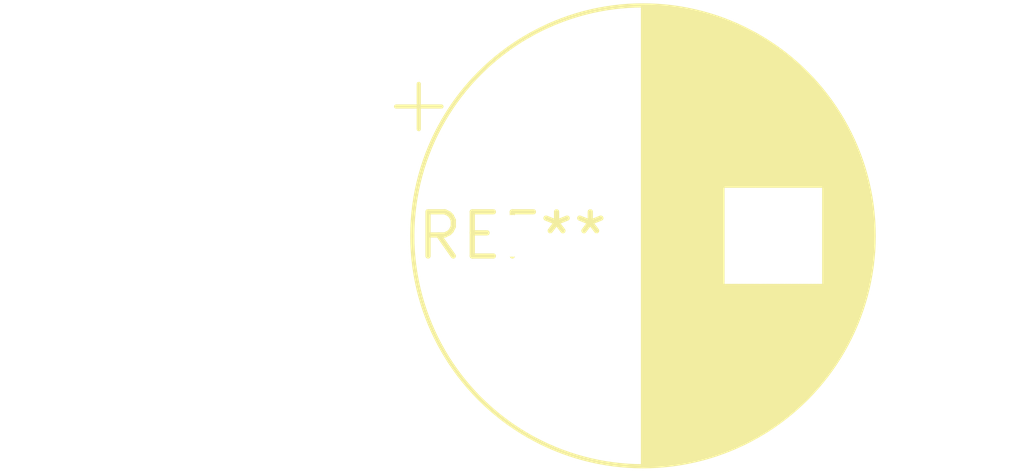
<source format=kicad_pcb>
(kicad_pcb (version 20240108) (generator pcbnew)
  (layers (0 "F.Cu" signal) (31 "B.Cu" signal) (34 "B.Paste" user) (35 "F.Paste" user) (36 "B.SilkS" user "B.Silkscreen") (37 "F.SilkS" user "F.Silkscreen") (38 "B.Mask" user) (39 "F.Mask" user) (44 "Edge.Cuts" user))
  (net 0 "")
  (footprint "CP_Radial_D13.0mm_P7.50mm" (layer "F.Cu") (at 0 0)
    (property "Reference" "REF**")
    (property "Value" "CP_Radial_D13.0mm_P7.50mm")
    (fp_line (start -3.334569 -3.715) (end -2.034569 -3.715) (layer "F.SilkS") (stroke (width 0.12)))
    (fp_line (start -2.684569 -4.365) (end -2.684569 -3.065) (layer "F.SilkS") (stroke (width 0.12)))
    (fp_line (start 3.75 -6.58) (end 3.75 6.58) (layer "F.SilkS") (stroke (width 0.12)))
    (fp_line (start 3.79 -6.58) (end 3.79 6.58) (layer "F.SilkS") (stroke (width 0.12)))
    (fp_line (start 3.83 -6.58) (end 3.83 6.58) (layer "F.SilkS") (stroke (width 0.12)))
    (fp_line (start 3.87 -6.579) (end 3.87 6.579) (layer "F.SilkS") (stroke (width 0.12)))
    (fp_line (start 3.91 -6.579) (end 3.91 6.579) (layer "F.SilkS") (stroke (width 0.12)))
    (fp_line (start 3.95 -6.577) (end 3.95 6.577) (layer "F.SilkS") (stroke (width 0.12)))
    (fp_line (start 3.99 -6.576) (end 3.99 6.576) (layer "F.SilkS") (stroke (width 0.12)))
    (fp_line (start 4.03 -6.575) (end 4.03 6.575) (layer "F.SilkS") (stroke (width 0.12)))
    (fp_line (start 4.07 -6.573) (end 4.07 6.573) (layer "F.SilkS") (stroke (width 0.12)))
    (fp_line (start 4.11 -6.571) (end 4.11 6.571) (layer "F.SilkS") (stroke (width 0.12)))
    (fp_line (start 4.15 -6.568) (end 4.15 6.568) (layer "F.SilkS") (stroke (width 0.12)))
    (fp_line (start 4.19 -6.566) (end 4.19 6.566) (layer "F.SilkS") (stroke (width 0.12)))
    (fp_line (start 4.23 -6.563) (end 4.23 6.563) (layer "F.SilkS") (stroke (width 0.12)))
    (fp_line (start 4.27 -6.56) (end 4.27 6.56) (layer "F.SilkS") (stroke (width 0.12)))
    (fp_line (start 4.31 -6.557) (end 4.31 6.557) (layer "F.SilkS") (stroke (width 0.12)))
    (fp_line (start 4.35 -6.553) (end 4.35 6.553) (layer "F.SilkS") (stroke (width 0.12)))
    (fp_line (start 4.39 -6.549) (end 4.39 6.549) (layer "F.SilkS") (stroke (width 0.12)))
    (fp_line (start 4.43 -6.545) (end 4.43 6.545) (layer "F.SilkS") (stroke (width 0.12)))
    (fp_line (start 4.471 -6.541) (end 4.471 6.541) (layer "F.SilkS") (stroke (width 0.12)))
    (fp_line (start 4.511 -6.537) (end 4.511 6.537) (layer "F.SilkS") (stroke (width 0.12)))
    (fp_line (start 4.551 -6.532) (end 4.551 6.532) (layer "F.SilkS") (stroke (width 0.12)))
    (fp_line (start 4.591 -6.527) (end 4.591 6.527) (layer "F.SilkS") (stroke (width 0.12)))
    (fp_line (start 4.631 -6.522) (end 4.631 6.522) (layer "F.SilkS") (stroke (width 0.12)))
    (fp_line (start 4.671 -6.516) (end 4.671 6.516) (layer "F.SilkS") (stroke (width 0.12)))
    (fp_line (start 4.711 -6.511) (end 4.711 6.511) (layer "F.SilkS") (stroke (width 0.12)))
    (fp_line (start 4.751 -6.505) (end 4.751 6.505) (layer "F.SilkS") (stroke (width 0.12)))
    (fp_line (start 4.791 -6.498) (end 4.791 6.498) (layer "F.SilkS") (stroke (width 0.12)))
    (fp_line (start 4.831 -6.492) (end 4.831 6.492) (layer "F.SilkS") (stroke (width 0.12)))
    (fp_line (start 4.871 -6.485) (end 4.871 6.485) (layer "F.SilkS") (stroke (width 0.12)))
    (fp_line (start 4.911 -6.478) (end 4.911 6.478) (layer "F.SilkS") (stroke (width 0.12)))
    (fp_line (start 4.951 -6.471) (end 4.951 6.471) (layer "F.SilkS") (stroke (width 0.12)))
    (fp_line (start 4.991 -6.463) (end 4.991 6.463) (layer "F.SilkS") (stroke (width 0.12)))
    (fp_line (start 5.031 -6.456) (end 5.031 6.456) (layer "F.SilkS") (stroke (width 0.12)))
    (fp_line (start 5.071 -6.448) (end 5.071 6.448) (layer "F.SilkS") (stroke (width 0.12)))
    (fp_line (start 5.111 -6.439) (end 5.111 6.439) (layer "F.SilkS") (stroke (width 0.12)))
    (fp_line (start 5.151 -6.431) (end 5.151 6.431) (layer "F.SilkS") (stroke (width 0.12)))
    (fp_line (start 5.191 -6.422) (end 5.191 6.422) (layer "F.SilkS") (stroke (width 0.12)))
    (fp_line (start 5.231 -6.413) (end 5.231 6.413) (layer "F.SilkS") (stroke (width 0.12)))
    (fp_line (start 5.271 -6.404) (end 5.271 6.404) (layer "F.SilkS") (stroke (width 0.12)))
    (fp_line (start 5.311 -6.394) (end 5.311 6.394) (layer "F.SilkS") (stroke (width 0.12)))
    (fp_line (start 5.351 -6.384) (end 5.351 6.384) (layer "F.SilkS") (stroke (width 0.12)))
    (fp_line (start 5.391 -6.374) (end 5.391 6.374) (layer "F.SilkS") (stroke (width 0.12)))
    (fp_line (start 5.431 -6.364) (end 5.431 6.364) (layer "F.SilkS") (stroke (width 0.12)))
    (fp_line (start 5.471 -6.353) (end 5.471 6.353) (layer "F.SilkS") (stroke (width 0.12)))
    (fp_line (start 5.511 -6.342) (end 5.511 6.342) (layer "F.SilkS") (stroke (width 0.12)))
    (fp_line (start 5.551 -6.331) (end 5.551 6.331) (layer "F.SilkS") (stroke (width 0.12)))
    (fp_line (start 5.591 -6.32) (end 5.591 6.32) (layer "F.SilkS") (stroke (width 0.12)))
    (fp_line (start 5.631 -6.308) (end 5.631 6.308) (layer "F.SilkS") (stroke (width 0.12)))
    (fp_line (start 5.671 -6.296) (end 5.671 6.296) (layer "F.SilkS") (stroke (width 0.12)))
    (fp_line (start 5.711 -6.284) (end 5.711 6.284) (layer "F.SilkS") (stroke (width 0.12)))
    (fp_line (start 5.751 -6.271) (end 5.751 6.271) (layer "F.SilkS") (stroke (width 0.12)))
    (fp_line (start 5.791 -6.258) (end 5.791 6.258) (layer "F.SilkS") (stroke (width 0.12)))
    (fp_line (start 5.831 -6.245) (end 5.831 6.245) (layer "F.SilkS") (stroke (width 0.12)))
    (fp_line (start 5.871 -6.232) (end 5.871 6.232) (layer "F.SilkS") (stroke (width 0.12)))
    (fp_line (start 5.911 -6.218) (end 5.911 6.218) (layer "F.SilkS") (stroke (width 0.12)))
    (fp_line (start 5.951 -6.204) (end 5.951 6.204) (layer "F.SilkS") (stroke (width 0.12)))
    (fp_line (start 5.991 -6.19) (end 5.991 6.19) (layer "F.SilkS") (stroke (width 0.12)))
    (fp_line (start 6.031 -6.175) (end 6.031 6.175) (layer "F.SilkS") (stroke (width 0.12)))
    (fp_line (start 6.071 -6.161) (end 6.071 -1.44) (layer "F.SilkS") (stroke (width 0.12)))
    (fp_line (start 6.071 1.44) (end 6.071 6.161) (layer "F.SilkS") (stroke (width 0.12)))
    (fp_line (start 6.111 -6.146) (end 6.111 -1.44) (layer "F.SilkS") (stroke (width 0.12)))
    (fp_line (start 6.111 1.44) (end 6.111 6.146) (layer "F.SilkS") (stroke (width 0.12)))
    (fp_line (start 6.151 -6.13) (end 6.151 -1.44) (layer "F.SilkS") (stroke (width 0.12)))
    (fp_line (start 6.151 1.44) (end 6.151 6.13) (layer "F.SilkS") (stroke (width 0.12)))
    (fp_line (start 6.191 -6.114) (end 6.191 -1.44) (layer "F.SilkS") (stroke (width 0.12)))
    (fp_line (start 6.191 1.44) (end 6.191 6.114) (layer "F.SilkS") (stroke (width 0.12)))
    (fp_line (start 6.231 -6.098) (end 6.231 -1.44) (layer "F.SilkS") (stroke (width 0.12)))
    (fp_line (start 6.231 1.44) (end 6.231 6.098) (layer "F.SilkS") (stroke (width 0.12)))
    (fp_line (start 6.271 -6.082) (end 6.271 -1.44) (layer "F.SilkS") (stroke (width 0.12)))
    (fp_line (start 6.271 1.44) (end 6.271 6.082) (layer "F.SilkS") (stroke (width 0.12)))
    (fp_line (start 6.311 -6.065) (end 6.311 -1.44) (layer "F.SilkS") (stroke (width 0.12)))
    (fp_line (start 6.311 1.44) (end 6.311 6.065) (layer "F.SilkS") (stroke (width 0.12)))
    (fp_line (start 6.351 -6.049) (end 6.351 -1.44) (layer "F.SilkS") (stroke (width 0.12)))
    (fp_line (start 6.351 1.44) (end 6.351 6.049) (layer "F.SilkS") (stroke (width 0.12)))
    (fp_line (start 6.391 -6.031) (end 6.391 -1.44) (layer "F.SilkS") (stroke (width 0.12)))
    (fp_line (start 6.391 1.44) (end 6.391 6.031) (layer "F.SilkS") (stroke (width 0.12)))
    (fp_line (start 6.431 -6.014) (end 6.431 -1.44) (layer "F.SilkS") (stroke (width 0.12)))
    (fp_line (start 6.431 1.44) (end 6.431 6.014) (layer "F.SilkS") (stroke (width 0.12)))
    (fp_line (start 6.471 -5.996) (end 6.471 -1.44) (layer "F.SilkS") (stroke (width 0.12)))
    (fp_line (start 6.471 1.44) (end 6.471 5.996) (layer "F.SilkS") (stroke (width 0.12)))
    (fp_line (start 6.511 -5.978) (end 6.511 -1.44) (layer "F.SilkS") (stroke (width 0.12)))
    (fp_line (start 6.511 1.44) (end 6.511 5.978) (layer "F.SilkS") (stroke (width 0.12)))
    (fp_line (start 6.551 -5.959) (end 6.551 -1.44) (layer "F.SilkS") (stroke (width 0.12)))
    (fp_line (start 6.551 1.44) (end 6.551 5.959) (layer "F.SilkS") (stroke (width 0.12)))
    (fp_line (start 6.591 -5.94) (end 6.591 -1.44) (layer "F.SilkS") (stroke (width 0.12)))
    (fp_line (start 6.591 1.44) (end 6.591 5.94) (layer "F.SilkS") (stroke (width 0.12)))
    (fp_line (start 6.631 -5.921) (end 6.631 -1.44) (layer "F.SilkS") (stroke (width 0.12)))
    (fp_line (start 6.631 1.44) (end 6.631 5.921) (layer "F.SilkS") (stroke (width 0.12)))
    (fp_line (start 6.671 -5.902) (end 6.671 -1.44) (layer "F.SilkS") (stroke (width 0.12)))
    (fp_line (start 6.671 1.44) (end 6.671 5.902) (layer "F.SilkS") (stroke (width 0.12)))
    (fp_line (start 6.711 -5.882) (end 6.711 -1.44) (layer "F.SilkS") (stroke (width 0.12)))
    (fp_line (start 6.711 1.44) (end 6.711 5.882) (layer "F.SilkS") (stroke (width 0.12)))
    (fp_line (start 6.751 -5.862) (end 6.751 -1.44) (layer "F.SilkS") (stroke (width 0.12)))
    (fp_line (start 6.751 1.44) (end 6.751 5.862) (layer "F.SilkS") (stroke (width 0.12)))
    (fp_line (start 6.791 -5.841) (end 6.791 -1.44) (layer "F.SilkS") (stroke (width 0.12)))
    (fp_line (start 6.791 1.44) (end 6.791 5.841) (layer "F.SilkS") (stroke (width 0.12)))
    (fp_line (start 6.831 -5.82) (end 6.831 -1.44) (layer "F.SilkS") (stroke (width 0.12)))
    (fp_line (start 6.831 1.44) (end 6.831 5.82) (layer "F.SilkS") (stroke (width 0.12)))
    (fp_line (start 6.871 -5.799) (end 6.871 -1.44) (layer "F.SilkS") (stroke (width 0.12)))
    (fp_line (start 6.871 1.44) (end 6.871 5.799) (layer "F.SilkS") (stroke (width 0.12)))
    (fp_line (start 6.911 -5.778) (end 6.911 -1.44) (layer "F.SilkS") (stroke (width 0.12)))
    (fp_line (start 6.911 1.44) (end 6.911 5.778) (layer "F.SilkS") (stroke (width 0.12)))
    (fp_line (start 6.951 -5.756) (end 6.951 -1.44) (layer "F.SilkS") (stroke (width 0.12)))
    (fp_line (start 6.951 1.44) (end 6.951 5.756) (layer "F.SilkS") (stroke (width 0.12)))
    (fp_line (start 6.991 -5.733) (end 6.991 -1.44) (layer "F.SilkS") (stroke (width 0.12)))
    (fp_line (start 6.991 1.44) (end 6.991 5.733) (layer "F.SilkS") (stroke (width 0.12)))
    (fp_line (start 7.031 -5.711) (end 7.031 -1.44) (layer "F.SilkS") (stroke (width 0.12)))
    (fp_line (start 7.031 1.44) (end 7.031 5.711) (layer "F.SilkS") (stroke (width 0.12)))
    (fp_line (start 7.071 -5.688) (end 7.071 -1.44) (layer "F.SilkS") (stroke (width 0.12)))
    (fp_line (start 7.071 1.44) (end 7.071 5.688) (layer "F.SilkS") (stroke (width 0.12)))
    (fp_line (start 7.111 -5.664) (end 7.111 -1.44) (layer "F.SilkS") (stroke (width 0.12)))
    (fp_line (start 7.111 1.44) (end 7.111 5.664) (layer "F.SilkS") (stroke (width 0.12)))
    (fp_line (start 7.151 -5.641) (end 7.151 -1.44) (layer "F.SilkS") (stroke (width 0.12)))
    (fp_line (start 7.151 1.44) (end 7.151 5.641) (layer "F.SilkS") (stroke (width 0.12)))
    (fp_line (start 7.191 -5.617) (end 7.191 -1.44) (layer "F.SilkS") (stroke (width 0.12)))
    (fp_line (start 7.191 1.44) (end 7.191 5.617) (layer "F.SilkS") (stroke (width 0.12)))
    (fp_line (start 7.231 -5.592) (end 7.231 -1.44) (layer "F.SilkS") (stroke (width 0.12)))
    (fp_line (start 7.231 1.44) (end 7.231 5.592) (layer "F.SilkS") (stroke (width 0.12)))
    (fp_line (start 7.271 -5.567) (end 7.271 -1.44) (layer "F.SilkS") (stroke (width 0.12)))
    (fp_line (start 7.271 1.44) (end 7.271 5.567) (layer "F.SilkS") (stroke (width 0.12)))
    (fp_line (start 7.311 -5.542) (end 7.311 -1.44) (layer "F.SilkS") (stroke (width 0.12)))
    (fp_line (start 7.311 1.44) (end 7.311 5.542) (layer "F.SilkS") (stroke (width 0.12)))
    (fp_line (start 7.351 -5.516) (end 7.351 -1.44) (layer "F.SilkS") (stroke (width 0.12)))
    (fp_line (start 7.351 1.44) (end 7.351 5.516) (layer "F.SilkS") (stroke (width 0.12)))
    (fp_line (start 7.391 -5.49) (end 7.391 -1.44) (layer "F.SilkS") (stroke (width 0.12)))
    (fp_line (start 7.391 1.44) (end 7.391 5.49) (layer "F.SilkS") (stroke (width 0.12)))
    (fp_line (start 7.431 -5.463) (end 7.431 -1.44) (layer "F.SilkS") (stroke (width 0.12)))
    (fp_line (start 7.431 1.44) (end 7.431 5.463) (layer "F.SilkS") (stroke (width 0.12)))
    (fp_line (start 7.471 -5.436) (end 7.471 -1.44) (layer "F.SilkS") (stroke (width 0.12)))
    (fp_line (start 7.471 1.44) (end 7.471 5.436) (layer "F.SilkS") (stroke (width 0.12)))
    (fp_line (start 7.511 -5.409) (end 7.511 -1.44) (layer "F.SilkS") (stroke (width 0.12)))
    (fp_line (start 7.511 1.44) (end 7.511 5.409) (layer "F.SilkS") (stroke (width 0.12)))
    (fp_line (start 7.551 -5.381) (end 7.551 -1.44) (layer "F.SilkS") (stroke (width 0.12)))
    (fp_line (start 7.551 1.44) (end 7.551 5.381) (layer "F.SilkS") (stroke (width 0.12)))
    (fp_line (start 7.591 -5.353) (end 7.591 -1.44) (layer "F.SilkS") (stroke (width 0.12)))
    (fp_line (start 7.591 1.44) (end 7.591 5.353) (layer "F.SilkS") (stroke (width 0.12)))
    (fp_line (start 7.631 -5.324) (end 7.631 -1.44) (layer "F.SilkS") (stroke (width 0.12)))
    (fp_line (start 7.631 1.44) (end 7.631 5.324) (layer "F.SilkS") (stroke (width 0.12)))
    (fp_line (start 7.671 -5.295) (end 7.671 -1.44) (layer "F.SilkS") (stroke (width 0.12)))
    (fp_line (start 7.671 1.44) (end 7.671 5.295) (layer "F.SilkS") (stroke (width 0.12)))
    (fp_line (start 7.711 -5.265) (end 7.711 -1.44) (layer "F.SilkS") (stroke (width 0.12)))
    (fp_line (start 7.711 1.44) (end 7.711 5.265) (layer "F.SilkS") (stroke (width 0.12)))
    (fp_line (start 7.751 -5.235) (end 7.751 -1.44) (layer "F.SilkS") (stroke (width 0.12)))
    (fp_line (start 7.751 1.44) (end 7.751 5.235) (layer "F.SilkS") (stroke (width 0.12)))
    (fp_line (start 7.791 -5.205) (end 7.791 -1.44) (layer "F.SilkS") (stroke (width 0.12)))
    (fp_line (start 7.791 1.44) (end 7.791 5.205) (layer "F.SilkS") (stroke (width 0.12)))
    (fp_line (start 7.831 -5.174) (end 7.831 -1.44) (layer "F.SilkS") (stroke (width 0.12)))
    (fp_line (start 7.831 1.44) (end 7.831 5.174) (layer "F.SilkS") (stroke (width 0.12)))
    (fp_line (start 7.871 -5.142) (end 7.871 -1.44) (layer "F.SilkS") (stroke (width 0.12)))
    (fp_line (start 7.871 1.44) (end 7.871 5.142) (layer "F.SilkS") (stroke (width 0.12)))
    (fp_line (start 7.911 -5.11) (end 7.911 -1.44) (layer "F.SilkS") (stroke (width 0.12)))
    (fp_line (start 7.911 1.44) (end 7.911 5.11) (layer "F.SilkS") (stroke (width 0.12)))
    (fp_line (start 7.951 -5.078) (end 7.951 -1.44) (layer "F.SilkS") (stroke (width 0.12)))
    (fp_line (start 7.951 1.44) (end 7.951 5.078) (layer "F.SilkS") (stroke (width 0.12)))
    (fp_line (start 7.991 -5.044) (end 7.991 -1.44) (layer "F.SilkS") (stroke (width 0.12)))
    (fp_line (start 7.991 1.44) (end 7.991 5.044) (layer "F.SilkS") (stroke (width 0.12)))
    (fp_line (start 8.031 -5.011) (end 8.031 -1.44) (layer "F.SilkS") (stroke (width 0.12)))
    (fp_line (start 8.031 1.44) (end 8.031 5.011) (layer "F.SilkS") (stroke (width 0.12)))
    (fp_line (start 8.071 -4.977) (end 8.071 -1.44) (layer "F.SilkS") (stroke (width 0.12)))
    (fp_line (start 8.071 1.44) (end 8.071 4.977) (layer "F.SilkS") (stroke (width 0.12)))
    (fp_line (start 8.111 -4.942) (end 8.111 -1.44) (layer "F.SilkS") (stroke (width 0.12)))
    (fp_line (start 8.111 1.44) (end 8.111 4.942) (layer "F.SilkS") (stroke (width 0.12)))
    (fp_line (start 8.151 -4.907) (end 8.151 -1.44) (layer "F.SilkS") (stroke (width 0.12)))
    (fp_line (start 8.151 1.44) (end 8.151 4.907) (layer "F.SilkS") (stroke (width 0.12)))
    (fp_line (start 8.191 -4.871) (end 8.191 -1.44) (layer "F.SilkS") (stroke (width 0.12)))
    (fp_line (start 8.191 1.44) (end 8.191 4.871) (layer "F.SilkS") (stroke (width 0.12)))
    (fp_line (start 8.231 -4.834) (end 8.231 -1.44) (layer "F.SilkS") (stroke (width 0.12)))
    (fp_line (start 8.231 1.44) (end 8.231 4.834) (layer "F.SilkS") (stroke (width 0.12)))
    (fp_line (start 8.271 -4.797) (end 8.271 -1.44) (layer "F.SilkS") (stroke (width 0.12)))
    (fp_line (start 8.271 1.44) (end 8.271 4.797) (layer "F.SilkS") (stroke (width 0.12)))
    (fp_line (start 8.311 -4.76) (end 8.311 -1.44) (layer "F.SilkS") (stroke (width 0.12)))
    (fp_line (start 8.311 1.44) (end 8.311 4.76) (layer "F.SilkS") (stroke (width 0.12)))
    (fp_line (start 8.351 -4.721) (end 8.351 -1.44) (layer "F.SilkS") (stroke (width 0.12)))
    (fp_line (start 8.351 1.44) (end 8.351 4.721) (layer "F.SilkS") (stroke (width 0.12)))
    (fp_line (start 8.391 -4.682) (end 8.391 -1.44) (layer "F.SilkS") (stroke (width 0.12)))
    (fp_line (start 8.391 1.44) (end 8.391 4.682) (layer "F.SilkS") (stroke (width 0.12)))
    (fp_line (start 8.431 -4.643) (end 8.431 -1.44) (layer "F.SilkS") (stroke (width 0.12)))
    (fp_line (start 8.431 1.44) (end 8.431 4.643) (layer "F.SilkS") (stroke (width 0.12)))
    (fp_line (start 8.471 -4.602) (end 8.471 -1.44) (layer "F.SilkS") (stroke (width 0.12)))
    (fp_line (start 8.471 1.44) (end 8.471 4.602) (layer "F.SilkS") (stroke (width 0.12)))
    (fp_line (start 8.511 -4.561) (end 8.511 -1.44) (layer "F.SilkS") (stroke (width 0.12)))
    (fp_line (start 8.511 1.44) (end 8.511 4.561) (layer "F.SilkS") (stroke (width 0.12)))
    (fp_line (start 8.551 -4.519) (end 8.551 -1.44) (layer "F.SilkS") (stroke (width 0.12)))
    (fp_line (start 8.551 1.44) (end 8.551 4.519) (layer "F.SilkS") (stroke (width 0.12)))
    (fp_line (start 8.591 -4.477) (end 8.591 -1.44) (layer "F.SilkS") (stroke (width 0.12)))
    (fp_line (start 8.591 1.44) (end 8.591 4.477) (layer "F.SilkS") (stroke (width 0.12)))
    (fp_line (start 8.631 -4.434) (end 8.631 -1.44) (layer "F.SilkS") (stroke (width 0.12)))
    (fp_line (start 8.631 1.44) (end 8.631 4.434) (layer "F.SilkS") (stroke (width 0.12)))
    (fp_line (start 8.671 -4.39) (end 8.671 -1.44) (layer "F.SilkS") (stroke (width 0.12)))
    (fp_line (start 8.671 1.44) (end 8.671 4.39) (layer "F.SilkS") (stroke (width 0.12)))
    (fp_line (start 8.711 -4.345) (end 8.711 -1.44) (layer "F.SilkS") (stroke (width 0.12)))
    (fp_line (start 8.711 1.44) (end 8.711 4.345) (layer "F.SilkS") (stroke (width 0.12)))
    (fp_line (start 8.751 -4.299) (end 8.751 -1.44) (layer "F.SilkS") (stroke (width 0.12)))
    (fp_line (start 8.751 1.44) (end 8.751 4.299) (layer "F.SilkS") (stroke (width 0.12)))
    (fp_line (start 8.791 -4.253) (end 8.791 -1.44) (layer "F.SilkS") (stroke (width 0.12)))
    (fp_line (start 8.791 1.44) (end 8.791 4.253) (layer "F.SilkS") (stroke (width 0.12)))
    (fp_line (start 8.831 -4.205) (end 8.831 -1.44) (layer "F.SilkS") (stroke (width 0.12)))
    (fp_line (start 8.831 1.44) (end 8.831 4.205) (layer "F.SilkS") (stroke (width 0.12)))
    (fp_line (start 8.871 -4.157) (end 8.871 -1.44) (layer "F.SilkS") (stroke (width 0.12)))
    (fp_line (start 8.871 1.44) (end 8.871 4.157) (layer "F.SilkS") (stroke (width 0.12)))
    (fp_line (start 8.911 -4.108) (end 8.911 -1.44) (layer "F.SilkS") (stroke (width 0.12)))
    (fp_line (start 8.911 1.44) (end 8.911 4.108) (layer "F.SilkS") (stroke (width 0.12)))
    (fp_line (start 8.951 -4.057) (end 8.951 4.057) (layer "F.SilkS") (stroke (width 0.12)))
    (fp_line (start 8.991 -4.006) (end 8.991 4.006) (layer "F.SilkS") (stroke (width 0.12)))
    (fp_line (start 9.031 -3.954) (end 9.031 3.954) (layer "F.SilkS") (stroke (width 0.12)))
    (fp_line (start 9.071 -3.9) (end 9.071 3.9) (layer "F.SilkS") (stroke (width 0.12)))
    (fp_line (start 9.111 -3.846) (end 9.111 3.846) (layer "F.SilkS") (stroke (width 0.12)))
    (fp_line (start 9.151 -3.79) (end 9.151 3.79) (layer "F.SilkS") (stroke (width 0.12)))
    (fp_line (start 9.191 -3.733) (end 9.191 3.733) (layer "F.SilkS") (stroke (width 0.12)))
    (fp_line (start 9.231 -3.675) (end 9.231 3.675) (layer "F.SilkS") (stroke (width 0.12)))
    (fp_line (start 9.271 -3.615) (end 9.271 3.615) (layer "F.SilkS") (stroke (width 0.12)))
    (fp_line (start 9.311 -3.554) (end 9.311 3.554) (layer "F.SilkS") (stroke (width 0.12)))
    (fp_line (start 9.351 -3.491) (end 9.351 3.491) (layer "F.SilkS") (stroke (width 0.12)))
    (fp_line (start 9.391 -3.427) (end 9.391 3.427) (layer "F.SilkS") (stroke (width 0.12)))
    (fp_line (start 9.431 -3.361) (end 9.431 3.361) (layer "F.SilkS") (stroke (width 0.12)))
    (fp_line (start 9.471 -3.293) (end 9.471 3.293) (layer "F.SilkS") (stroke (width 0.12)))
    (fp_line (start 9.511 -3.223) (end 9.511 3.223) (layer "F.SilkS") (stroke (width 0.12)))
    (fp_line (start 9.551 -3.152) (end 9.551 3.152) (layer "F.SilkS") (stroke (width 0.12)))
    (fp_line (start 9.591 -3.078) (end 9.591 3.078) (layer "F.SilkS") (stroke (width 0.12)))
    (fp_line (start 9.631 -3.002) (end 9.631 3.002) (layer "F.SilkS") (stroke (width 0.12)))
    (fp_line (start 9.671 -2.923) (end 9.671 2.923) (layer "F.SilkS") (stroke (width 0.12)))
    (fp_line (start 9.711 -2.842) (end 9.711 2.842) (layer "F.SilkS") (stroke (width 0.12)))
    (fp_line (start 9.751 -2.758) (end 9.751 2.758) (layer "F.SilkS") (stroke (width 0.12)))
    (fp_line (start 9.791 -2.67) (end 9.791 2.67) (layer "F.SilkS") (stroke (width 0.12)))
    (fp_line (start 9.831 -2.579) (end 9.831 2.579) (layer "F.SilkS") (stroke (width 0.12)))
    (fp_line (start 9.871 -2.484) (end 9.871 2.484) (layer "F.SilkS") (stroke (width 0.12)))
    (fp_line (start 9.911 -2.385) (end 9.911 2.385) (layer "F.SilkS") (stroke (width 0.12)))
    (fp_line (start 9.951 -2.281) (end 9.951 2.281) (layer "F.SilkS") (stroke (width 0.12)))
    (fp_line (start 9.991 -2.171) (end 9.991 2.171) (layer "F.SilkS") (stroke (width 0.12)))
    (fp_line (start 10.031 -2.055) (end 10.031 2.055) (layer "F.SilkS") (stroke (width 0.12)))
    (fp_line (start 10.071 -1.931) (end 10.071 1.931) (layer "F.SilkS") (stroke (width 0.12)))
    (fp_line (start 10.111 -1.798) (end 10.111 1.798) (layer "F.SilkS") (stroke (width 0.12)))
    (fp_line (start 10.151 -1.653) (end 10.151 1.653) (layer "F.SilkS") (stroke (width 0.12)))
    (fp_line (start 10.191 -1.494) (end 10.191 1.494) (layer "F.SilkS") (stroke (width 0.12)))
    (fp_line (start 10.231 -1.315) (end 10.231 1.315) (layer "F.SilkS") (stroke (width 0.12)))
    (fp_line (start 10.271 -1.107) (end 10.271 1.107) (layer "F.SilkS") (stroke (width 0.12)))
    (fp_line (start 10.311 -0.85) (end 10.311 0.85) (layer "F.SilkS") (stroke (width 0.12)))
    (fp_line (start 10.351 -0.475) (end 10.351 0.475) (layer "F.SilkS") (stroke (width 0.12)))
    (fp_circle (center 3.75 0) (end 10.37 0) (layer "F.SilkS") (stroke (width 0.12)) (fill none))
    (pad "1" thru_hole rect (at 0 0) (size 2.4 2.4) (drill 1.2) (layers *.Cu *.Mask) (remove_unused_layers))
    (pad "2" thru_hole circle (at 7.5 0) (size 2.4 2.4) (drill 1.2) (layers *.Cu *.Mask) (remove_unused_layers))
  )
)
</source>
